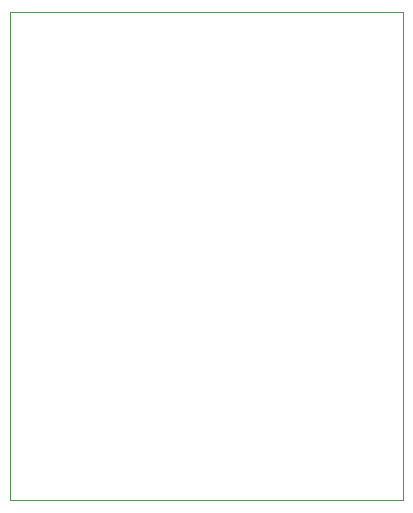
<source format=gbr>
%TF.GenerationSoftware,KiCad,Pcbnew,9.0.2*%
%TF.CreationDate,2025-05-22T13:04:18+05:30*%
%TF.ProjectId,GaN_pwr_delivery_module,47614e5f-7077-4725-9f64-656c69766572,rev?*%
%TF.SameCoordinates,Original*%
%TF.FileFunction,Profile,NP*%
%FSLAX46Y46*%
G04 Gerber Fmt 4.6, Leading zero omitted, Abs format (unit mm)*
G04 Created by KiCad (PCBNEW 9.0.2) date 2025-05-22 13:04:18*
%MOMM*%
%LPD*%
G01*
G04 APERTURE LIST*
%TA.AperFunction,Profile*%
%ADD10C,0.100000*%
%TD*%
G04 APERTURE END LIST*
D10*
X215883333Y-107050000D02*
X249083333Y-107050000D01*
X249083333Y-148350000D01*
X215883333Y-148350000D01*
X215883333Y-107050000D01*
M02*

</source>
